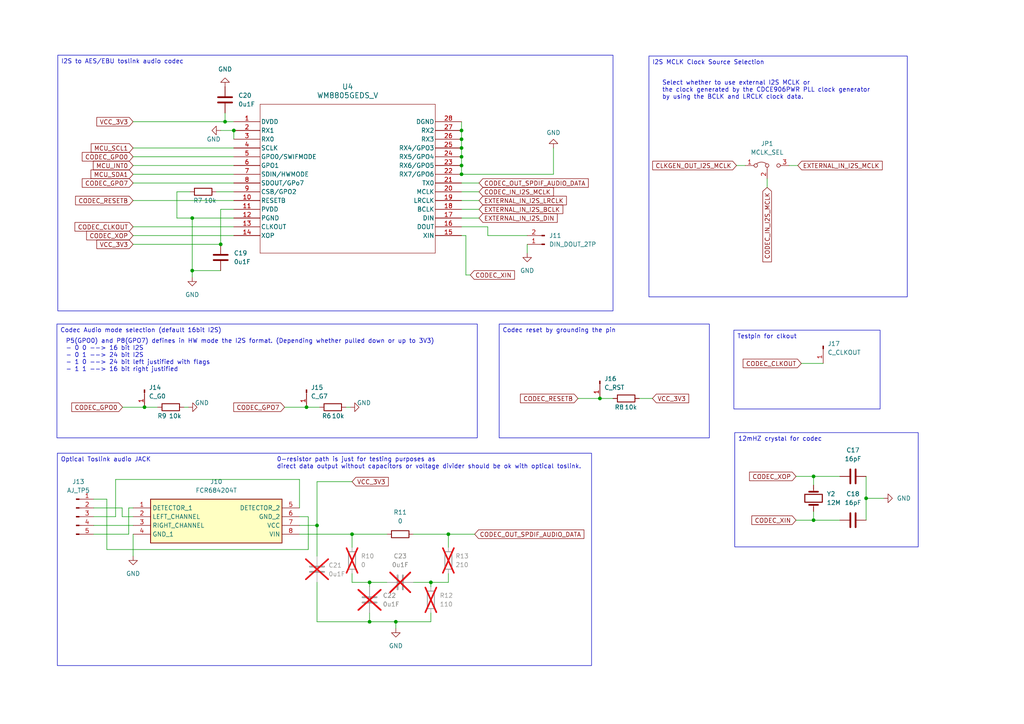
<source format=kicad_sch>
(kicad_sch (version 20230121) (generator eeschema)
  (paper "A4")
  (title_block (title "I2S Audio to AES/EBU Optical Toslink") (date "2023-12-26") (rev "v0.1") (company "Mika Laitio"))
  (lib_symbols
    (symbol "Connector:Conn_01x01_Pin" (pin_names (offset 1.016) hide)
      (property "Reference" "J" (at 0 2.54 0))
      (property "Value" "Conn_01x01_Pin" (at 0 -2.54 0))
      (symbol "Conn_01x01_Pin_1_1"
        (polyline (pts (xy 1.27 0) (xy 0.8636 0)) (stroke (width 0.1524)))
        (rectangle (start 0.8636 0.127) (end 0 -0.127) (stroke (width 0.1524)) (fill (type outline)))
        (pin passive line (at 5.08 0 180) (length 3.81) (name "Pin_1") (number "1"))
      )
    )
    (symbol "Connector:Conn_01x02_Pin" (pin_names (offset 1.016) hide)
      (property "Reference" "J" (at 0 2.54 0))
      (property "Value" "Conn_01x02_Pin" (at 0 -5.08 0))
      (symbol "Conn_01x02_Pin_1_1"
        (polyline (pts (xy 1.27 -2.54) (xy 0.8636 -2.54)) (stroke (width 0.1524)))
        (polyline (pts (xy 1.27 0) (xy 0.8636 0)) (stroke (width 0.1524)))
        (rectangle (start 0.8636 -2.413) (end 0 -2.667) (stroke (width 0.1524)) (fill (type outline)))
        (rectangle (start 0.8636 0.127) (end 0 -0.127) (stroke (width 0.1524)) (fill (type outline)))
        (pin passive line (at 5.08 0 180) (length 3.81) (name "Pin_1") (number "1"))
        (pin passive line (at 5.08 -2.54 180) (length 3.81) (name "Pin_2") (number "2"))
      )
    )
    (symbol "Connector:Conn_01x05_Pin" (pin_names (offset 1.016) hide)
      (property "Reference" "J" (at 0 7.62 0))
      (property "Value" "Conn_01x05_Pin" (at 0 -7.62 0))
      (symbol "Conn_01x05_Pin_1_1"
        (polyline (pts (xy 1.27 -5.08) (xy 0.8636 -5.08)) (stroke (width 0.1524)))
        (polyline (pts (xy 1.27 -2.54) (xy 0.8636 -2.54)) (stroke (width 0.1524)))
        (polyline (pts (xy 1.27 0) (xy 0.8636 0)) (stroke (width 0.1524)))
        (polyline (pts (xy 1.27 2.54) (xy 0.8636 2.54)) (stroke (width 0.1524)))
        (polyline (pts (xy 1.27 5.08) (xy 0.8636 5.08)) (stroke (width 0.1524)))
        (rectangle (start 0.8636 -4.953) (end 0 -5.207) (stroke (width 0.1524)) (fill (type outline)))
        (rectangle (start 0.8636 -2.413) (end 0 -2.667) (stroke (width 0.1524)) (fill (type outline)))
        (rectangle (start 0.8636 0.127) (end 0 -0.127) (stroke (width 0.1524)) (fill (type outline)))
        (rectangle (start 0.8636 2.667) (end 0 2.413) (stroke (width 0.1524)) (fill (type outline)))
        (rectangle (start 0.8636 5.207) (end 0 4.953) (stroke (width 0.1524)) (fill (type outline)))
        (pin passive line (at 5.08 5.08 180) (length 3.81) (name "Pin_1") (number "1"))
        (pin passive line (at 5.08 2.54 180) (length 3.81) (name "Pin_2") (number "2"))
        (pin passive line (at 5.08 0 180) (length 3.81) (name "Pin_3") (number "3"))
        (pin passive line (at 5.08 -2.54 180) (length 3.81) (name "Pin_4") (number "4"))
        (pin passive line (at 5.08 -5.08 180) (length 3.81) (name "Pin_5") (number "5"))
      )
    )
    (symbol "Device:C" (pin_numbers hide) (pin_names (offset 0.254))
      (property "Reference" "C" (at 0.635 2.54 0))
      (property "Value" "C" (at 0.635 -2.54 0))
      (symbol "C_0_1"
        (polyline (pts (xy -2.032 -0.762) (xy 2.032 -0.762)) (stroke (width 0.508)))
        (polyline (pts (xy -2.032 0.762) (xy 2.032 0.762)) (stroke (width 0.508)))
      )
      (symbol "C_1_1"
        (pin passive line (at 0 3.81 270) (length 2.794) (name "~") (number "1"))
        (pin passive line (at 0 -3.81 90) (length 2.794) (name "~") (number "2"))
      )
    )
    (symbol "Device:Crystal" (pin_numbers hide) (pin_names (offset 1.016) hide)
      (property "Reference" "Y" (at 0 3.81 0))
      (property "Value" "Crystal" (at 0 -3.81 0))
      (symbol "Crystal_0_1"
        (rectangle (start -1.143 2.54) (end 1.143 -2.54) (stroke (width 0.3048)))
        (polyline (pts (xy -2.54 0) (xy -1.905 0)))
        (polyline (pts (xy -1.905 -1.27) (xy -1.905 1.27)) (stroke (width 0.508)))
        (polyline (pts (xy 1.905 -1.27) (xy 1.905 1.27)) (stroke (width 0.508)))
        (polyline (pts (xy 2.54 0) (xy 1.905 0)))
      )
      (symbol "Crystal_1_1"
        (pin passive line (at -3.81 0 0) (length 1.27) (name "1") (number "1"))
        (pin passive line (at 3.81 0 180) (length 1.27) (name "2") (number "2"))
      )
    )
    (symbol "Device:R" (pin_numbers hide) (pin_names (offset 0))
      (property "Reference" "R" (at 2.032 0 90))
      (property "Value" "R" (at 0 0 90))
      (symbol "R_0_1"
        (rectangle (start -1.016 -2.54) (end 1.016 2.54) (stroke (width 0.254)))
      )
      (symbol "R_1_1"
        (pin passive line (at 0 3.81 270) (length 1.27) (name "~") (number "1"))
        (pin passive line (at 0 -3.81 90) (length 1.27) (name "~") (number "2"))
      )
    )
    (symbol "Jumper:Jumper_3_Bridged12" (pin_names (offset 0) hide)
      (property "Reference" "JP" (at -2.54 -2.54 0))
      (property "Value" "Jumper_3_Bridged12" (at 0 2.794 0))
      (symbol "Jumper_3_Bridged12_0_0"
        (circle (center -3.302 0) (radius 0.508))
        (circle (center 0 0) (radius 0.508))
        (circle (center 3.302 0) (radius 0.508))
      )
      (symbol "Jumper_3_Bridged12_0_1"
        (arc (start -0.254 0.508) (mid -1.651 0.9912) (end -3.048 0.508))
        (polyline (pts (xy 0 -1.27) (xy 0 -0.508)))
      )
      (symbol "Jumper_3_Bridged12_1_1"
        (pin passive line (at -6.35 0 0) (length 2.54) (name "A") (number "1"))
        (pin passive line (at 0 -3.81 90) (length 2.54) (name "C") (number "2"))
        (pin passive line (at 6.35 0 180) (length 2.54) (name "B") (number "3"))
      )
    )
    (symbol "lamikr_FCR684204T:FCR684204T"
      (property "Reference" "J" (at 44.45 7.62 0))
      (property "Value" "FCR684204T" (at 44.45 5.08 0))
      (symbol "FCR684204T_1_1"
        (rectangle (start 5.08 2.54) (end 43.18 -10.16) (stroke (width 0.254)) (fill (type background)))
        (pin passive line (at 0 0 0) (length 5.08) (name "DETECTOR_1") (number "1"))
        (pin passive line (at 0 -2.54 0) (length 5.08) (name "LEFT_CHANNEL") (number "2"))
        (pin passive line (at 0 -5.08 0) (length 5.08) (name "RIGHT_CHANNEL") (number "3"))
        (pin passive line (at 0 -7.62 0) (length 5.08) (name "GND_1") (number "4"))
        (pin passive line (at 48.26 0 180) (length 5.08) (name "DETECTOR_2") (number "5"))
        (pin passive line (at 48.26 -2.54 180) (length 5.08) (name "GND_2") (number "6"))
        (pin passive line (at 48.26 -5.08 180) (length 5.08) (name "VCC") (number "7"))
        (pin passive line (at 48.26 -7.62 180) (length 5.08) (name "VIN") (number "8"))
      )
    )
    (symbol "lamikr_WM8805GEDS_V:WM8805GEDS_V" (pin_names (offset 0.254))
      (property "Reference" "U" (at 33.02 10.16 0))
      (property "Value" "WM8805GEDS_V" (at 33.02 7.62 0))
      (symbol "WM8805GEDS_V_0_1"
        (polyline (pts (xy 7.62 -38.1) (xy 58.42 -38.1)) (stroke (width 0.127)))
        (polyline (pts (xy 7.62 5.08) (xy 7.62 -38.1)) (stroke (width 0.127)))
        (polyline (pts (xy 58.42 -38.1) (xy 58.42 5.08)) (stroke (width 0.127)))
        (polyline (pts (xy 58.42 5.08) (xy 7.62 5.08)) (stroke (width 0.127)))
        (pin power_in line (at 0 0 0) (length 7.62) (name "DVDD") (number "1"))
        (pin unspecified line (at 0 -22.86 0) (length 7.62) (name "RESETB") (number "10"))
        (pin power_in line (at 0 -25.4 0) (length 7.62) (name "PVDD") (number "11"))
        (pin power_out line (at 0 -27.94 0) (length 7.62) (name "PGND") (number "12"))
        (pin output line (at 0 -30.48 0) (length 7.62) (name "CLKOUT") (number "13"))
        (pin unspecified line (at 0 -33.02 0) (length 7.62) (name "XOP") (number "14"))
        (pin unspecified line (at 66.04 -33.02 180) (length 7.62) (name "XIN") (number "15"))
        (pin output line (at 66.04 -30.48 180) (length 7.62) (name "DOUT") (number "16"))
        (pin unspecified line (at 66.04 -27.94 180) (length 7.62) (name "DIN") (number "17"))
        (pin unspecified line (at 66.04 -25.4 180) (length 7.62) (name "BCLK") (number "18"))
        (pin unspecified line (at 66.04 -22.86 180) (length 7.62) (name "LRCLK") (number "19"))
        (pin bidirectional line (at 0 -2.54 0) (length 7.62) (name "RX1") (number "2"))
        (pin unspecified line (at 66.04 -20.32 180) (length 7.62) (name "MCLK") (number "20"))
        (pin unspecified line (at 66.04 -17.78 180) (length 7.62) (name "TX0") (number "21"))
        (pin bidirectional line (at 66.04 -15.24 180) (length 7.62) (name "RX7/GPO6") (number "22"))
        (pin bidirectional line (at 66.04 -12.7 180) (length 7.62) (name "RX6/GPO5") (number "23"))
        (pin bidirectional line (at 66.04 -10.16 180) (length 7.62) (name "RX5/GPO4") (number "24"))
        (pin bidirectional line (at 66.04 -7.62 180) (length 7.62) (name "RX4/GPO3") (number "25"))
        (pin bidirectional line (at 66.04 -5.08 180) (length 7.62) (name "RX3") (number "26"))
        (pin bidirectional line (at 66.04 -2.54 180) (length 7.62) (name "RX2") (number "27"))
        (pin power_out line (at 66.04 0 180) (length 7.62) (name "DGND") (number "28"))
        (pin bidirectional line (at 0 -5.08 0) (length 7.62) (name "RX0") (number "3"))
        (pin unspecified line (at 0 -7.62 0) (length 7.62) (name "SCLK") (number "4"))
        (pin bidirectional line (at 0 -10.16 0) (length 7.62) (name "GPO0/SWIFMODE") (number "5"))
        (pin bidirectional line (at 0 -12.7 0) (length 7.62) (name "GPO1") (number "6"))
        (pin unspecified line (at 0 -15.24 0) (length 7.62) (name "SDIN/HWMODE") (number "7"))
        (pin output line (at 0 -17.78 0) (length 7.62) (name "SDOUT/GPo7") (number "8"))
        (pin unspecified line (at 0 -20.32 0) (length 7.62) (name "CSB/GPO2") (number "9"))
      )
    )
    (symbol "power:GND" (power) (pin_names (offset 0))
      (property "Value" "GND" (at 0 -3.81 0))
      (symbol "GND_0_1"
        (polyline (pts (xy 0 0) (xy 0 -1.27) (xy 1.27 -1.27) (xy 0 -2.54) (xy -1.27 -1.27) (xy 0 -1.27)))
      )
      (symbol "GND_1_1"
        (pin power_in line (at 0 0 270) (length 0) hide (name "GND") (number "1"))
      )
    )
  )
  (junction (at 235.966 138.176))
  (junction (at 107.188 168.91))
  (junction (at 41.91 118.11))
  (junction (at 102.108 154.94))
  (junction (at 133.858 45.466))
  (junction (at 133.858 37.846))
  (junction (at 55.753 78.486))
  (junction (at 133.858 48.006))
  (junction (at 130.048 154.94))
  (junction (at 88.9 118.11))
  (junction (at 67.818 37.846))
  (junction (at 65.278 35.306))
  (junction (at 114.808 180.34))
  (junction (at 173.99 115.57))
  (junction (at 55.753 63.246))
  (junction (at 124.968 168.91))
  (junction (at 107.188 180.34))
  (junction (at 235.966 150.876))
  (junction (at 133.858 42.926))
  (junction (at 133.858 50.546))
  (junction (at 91.948 152.4))
  (junction (at 133.858 40.386))
  (junction (at 64.008 70.866))
  (junction (at 251.206 144.526))
  (wire (pts (xy 107.188 180.34) (xy 114.808 180.34)))
  (wire (pts (xy 64.008 60.706) (xy 64.008 70.866)))
  (wire (pts (xy 67.818 37.846) (xy 67.818 40.386)))
  (wire (pts (xy 160.528 42.926) (xy 160.528 50.546)))
  (wire (pts (xy 102.108 154.94) (xy 112.268 154.94)))
  (wire (pts (xy 64.008 60.706) (xy 67.818 60.706)))
  (wire (pts (xy 102.108 168.91) (xy 107.188 168.91)))
  (wire (pts (xy 38.608 70.866) (xy 64.008 70.866)))
  (wire (pts (xy 213.614 48.006) (xy 216.154 48.006)))
  (wire (pts (xy 38.608 48.006) (xy 67.818 48.006)))
  (wire (pts (xy 38.608 50.546) (xy 67.818 50.546)))
  (wire (pts (xy 133.858 37.846) (xy 133.858 40.386)))
  (wire (pts (xy 37.338 154.94) (xy 27.178 154.94)))
  (wire (pts (xy 133.858 45.466) (xy 133.858 48.006)))
  (wire (pts (xy 235.966 150.876) (xy 243.586 150.876)))
  (wire (pts (xy 141.478 68.326) (xy 152.908 68.326)))
  (wire (pts (xy 38.608 58.166) (xy 67.818 58.166)))
  (wire (pts (xy 55.753 63.246) (xy 55.753 78.486)))
  (wire (pts (xy 38.608 42.926) (xy 67.818 42.926)))
  (wire (pts (xy 235.966 138.176) (xy 243.586 138.176)))
  (wire (pts (xy 35.433 149.86) (xy 35.433 147.32)))
  (wire (pts (xy 130.048 154.94) (xy 137.668 154.94)))
  (wire (pts (xy 235.966 138.176) (xy 235.966 140.716)))
  (wire (pts (xy 133.858 63.246) (xy 138.938 63.246)))
  (wire (pts (xy 33.528 139.065) (xy 86.868 139.065)))
  (wire (pts (xy 55.753 78.486) (xy 55.753 80.391)))
  (wire (pts (xy 133.858 42.926) (xy 133.858 45.466)))
  (wire (pts (xy 135.128 79.756) (xy 136.398 79.756)))
  (wire (pts (xy 91.948 139.7) (xy 91.948 152.4)))
  (wire (pts (xy 102.108 154.94) (xy 102.108 158.75)))
  (wire (pts (xy 89.408 159.385) (xy 89.408 149.86)))
  (wire (pts (xy 167.64 115.57) (xy 173.99 115.57)))
  (wire (pts (xy 173.99 115.57) (xy 177.8 115.57)))
  (wire (pts (xy 124.968 170.18) (xy 124.968 168.91)))
  (wire (pts (xy 130.048 154.94) (xy 130.048 158.75)))
  (wire (pts (xy 160.528 50.546) (xy 133.858 50.546)))
  (wire (pts (xy 89.408 149.86) (xy 86.868 149.86)))
  (wire (pts (xy 37.338 147.32) (xy 37.338 154.94)))
  (wire (pts (xy 133.858 40.386) (xy 133.858 42.926)))
  (wire (pts (xy 33.528 149.86) (xy 33.528 139.065)))
  (wire (pts (xy 88.9 118.11) (xy 92.71 118.11)))
  (wire (pts (xy 38.608 53.086) (xy 67.818 53.086)))
  (wire (pts (xy 119.888 154.94) (xy 130.048 154.94)))
  (wire (pts (xy 65.278 35.306) (xy 67.818 35.306)))
  (wire (pts (xy 30.988 144.78) (xy 30.988 159.385)))
  (wire (pts (xy 251.206 138.176) (xy 251.206 144.526)))
  (wire (pts (xy 133.858 58.166) (xy 138.938 58.166)))
  (wire (pts (xy 152.908 70.866) (xy 152.908 73.406)))
  (wire (pts (xy 41.91 118.11) (xy 45.72 118.11)))
  (wire (pts (xy 64.008 37.846) (xy 67.818 37.846)))
  (wire (pts (xy 135.128 79.756) (xy 135.128 68.326)))
  (wire (pts (xy 124.968 177.8) (xy 124.968 180.34)))
  (wire (pts (xy 235.966 148.336) (xy 235.966 150.876)))
  (wire (pts (xy 82.55 118.11) (xy 88.9 118.11)))
  (wire (pts (xy 86.868 139.065) (xy 86.868 147.32)))
  (wire (pts (xy 38.608 45.466) (xy 67.818 45.466)))
  (wire (pts (xy 35.433 147.32) (xy 27.178 147.32)))
  (wire (pts (xy 91.948 180.34) (xy 107.188 180.34)))
  (wire (pts (xy 102.108 139.7) (xy 91.948 139.7)))
  (wire (pts (xy 114.808 180.34) (xy 114.808 182.245)))
  (wire (pts (xy 133.858 53.086) (xy 138.938 53.086)))
  (wire (pts (xy 232.41 105.41) (xy 238.76 105.41)))
  (wire (pts (xy 228.854 48.006) (xy 231.394 48.006)))
  (wire (pts (xy 107.188 168.91) (xy 107.188 170.18)))
  (wire (pts (xy 30.988 159.385) (xy 89.408 159.385)))
  (wire (pts (xy 62.738 55.626) (xy 67.818 55.626)))
  (wire (pts (xy 51.308 55.626) (xy 55.118 55.626)))
  (wire (pts (xy 27.178 144.78) (xy 30.988 144.78)))
  (wire (pts (xy 133.858 65.786) (xy 141.478 65.786)))
  (wire (pts (xy 133.858 55.626) (xy 138.938 55.626)))
  (wire (pts (xy 38.608 149.86) (xy 35.433 149.86)))
  (wire (pts (xy 251.206 144.526) (xy 256.286 144.526)))
  (wire (pts (xy 65.278 32.766) (xy 65.278 35.306)))
  (wire (pts (xy 51.308 55.626) (xy 51.308 63.246)))
  (wire (pts (xy 35.56 118.11) (xy 41.91 118.11)))
  (wire (pts (xy 112.268 168.91) (xy 107.188 168.91)))
  (wire (pts (xy 38.608 35.306) (xy 65.278 35.306)))
  (wire (pts (xy 53.34 118.11) (xy 54.61 118.11)))
  (wire (pts (xy 119.888 168.91) (xy 124.968 168.91)))
  (wire (pts (xy 27.178 152.4) (xy 38.608 152.4)))
  (wire (pts (xy 55.753 63.246) (xy 67.818 63.246)))
  (wire (pts (xy 100.33 118.11) (xy 101.6 118.11)))
  (wire (pts (xy 124.968 168.91) (xy 130.048 168.91)))
  (wire (pts (xy 102.108 166.37) (xy 102.108 168.91)))
  (wire (pts (xy 230.886 150.876) (xy 235.966 150.876)))
  (wire (pts (xy 230.886 138.176) (xy 235.966 138.176)))
  (wire (pts (xy 185.42 115.57) (xy 189.23 115.57)))
  (wire (pts (xy 86.868 154.94) (xy 102.108 154.94)))
  (wire (pts (xy 55.753 78.486) (xy 64.008 78.486)))
  (wire (pts (xy 124.968 180.34) (xy 114.808 180.34)))
  (wire (pts (xy 86.868 152.4) (xy 91.948 152.4)))
  (wire (pts (xy 135.128 68.326) (xy 133.858 68.326)))
  (wire (pts (xy 37.338 147.32) (xy 38.608 147.32)))
  (wire (pts (xy 222.504 51.816) (xy 222.504 54.356)))
  (wire (pts (xy 51.308 63.246) (xy 55.753 63.246)))
  (wire (pts (xy 141.478 65.786) (xy 141.478 68.326)))
  (wire (pts (xy 251.206 144.526) (xy 251.206 150.876)))
  (wire (pts (xy 27.178 149.86) (xy 33.528 149.86)))
  (wire (pts (xy 91.948 168.91) (xy 91.948 180.34)))
  (wire (pts (xy 91.948 152.4) (xy 91.948 161.29)))
  (wire (pts (xy 133.858 48.006) (xy 133.858 50.546)))
  (wire (pts (xy 38.608 154.94) (xy 38.608 161.29)))
  (wire (pts (xy 107.188 180.34) (xy 107.188 177.8)))
  (wire (pts (xy 38.608 65.786) (xy 67.818 65.786)))
  (wire (pts (xy 130.048 168.91) (xy 130.048 166.37)))
  (wire (pts (xy 133.858 35.306) (xy 133.858 37.846)))
  (wire (pts (xy 133.858 60.706) (xy 138.938 60.706)))
  (wire (pts (xy 38.608 68.326) (xy 67.818 68.326)))
  (text_box "Optical Toslink audio JACK" (at 16.637 131.445 0) (size 154.94 61.595) (effects (font (size 1.27 1.27)) (justify left top)))
  (text_box "12mHZ crystal for codec" (at 213.106 125.476 0) (size 53.213 33.147) (effects (font (size 1.27 1.27)) (justify left top)))
  (text_box "Codec Audio mode selection (default 16bit I2S)" (at 16.51 93.98 0) (size 121.92 33.02) (effects (font (size 1.27 1.27)) (justify left top)))
  (text_box "Codec reset by grounding the pin" (at 144.78 93.98 0) (size 60.96 33.02) (effects (font (size 1.27 1.27)) (justify left top)))
  (text_box "Testpin for clkout" (at 212.852 95.758 0) (size 42.418 22.86) (effects (font (size 1.27 1.27)) (justify left top)))
  (text_box "I2S to AES/EBU toslink audio codec" (at 16.764 16.002 0) (size 161.036 74.168) (effects (font (size 1.27 1.27)) (justify left top)))
  (text_box "I2S MCLK Clock Source Selection" (at 188.214 16.256 0) (size 74.93 69.85) (effects (font (size 1.27 1.27)) (justify left top)))
  (text "Select whether to use external I2S MCLK or \nthe clock generated by the CDCE906PWR PLL clock generator\nby using the BCLK and LRCLK clock data." (at 192.024 28.956 0) (effects (font (size 1.27 1.27)) (justify left bottom)))
  (text "P5(GPO0) and P8(GPO7) defines in HW mode the I2S format. (Depending whether pulled down or up to 3V3)\n- 0 0 --> 16 bit I2S\n- 0 1 --> 24 bit I2S\n- 1 0 --> 24 bit left justified with flags\n- 1 1 --> 16 bit right justified " (at 19.05 107.95 0) (effects (font (size 1.27 1.27)) (justify left bottom)))
  (text "0-resistor path is just for testing purposes as\ndirect data output without capacitors or voltage divider should be ok with optical toslink.\n" (at 80.264 136.144 0) (effects (font (size 1.27 1.27)) (justify left bottom)))
  (global_label "CODEC_RESETB" (shape input) (at 167.64 115.57 180) (property "Intersheetrefs" "${INTERSHEET_REFS}" (effects hide)))
  (global_label "CODEC_GPO7" (shape input) (at 38.608 53.086 180) (property "Intersheetrefs" "${INTERSHEET_REFS}" (effects hide)))
  (global_label "EXTERNAL_IN_I2S_BCLK" (shape input) (at 138.938 60.706 0) (property "Intersheetrefs" "${INTERSHEET_REFS}" (effects hide)))
  (global_label "MCU_SDA1" (shape input) (at 38.608 50.546 180) (property "Intersheetrefs" "${INTERSHEET_REFS}" (effects hide)))
  (global_label "CODEC_CLKOUT" (shape input) (at 232.41 105.41 180) (property "Intersheetrefs" "${INTERSHEET_REFS}" (effects hide)))
  (global_label "VCC_3V3" (shape input) (at 38.608 70.866 180) (property "Intersheetrefs" "${INTERSHEET_REFS}" (effects hide)))
  (global_label "CODEC_OUT_SPDIF_AUDIO_DATA" (shape input) (at 138.938 53.086 0) (property "Intersheetrefs" "${INTERSHEET_REFS}" (effects hide)))
  (global_label "EXTERNAL_IN_I2S_LRCLK" (shape input) (at 138.938 58.166 0) (property "Intersheetrefs" "${INTERSHEET_REFS}" (effects hide)))
  (global_label "CODEC_IN_I2S_MCLK" (shape input) (at 138.938 55.626 0) (property "Intersheetrefs" "${INTERSHEET_REFS}" (effects hide)))
  (global_label "EXTERNAL_IN_I2S_MCLK" (shape input) (at 231.394 48.006 0) (property "Intersheetrefs" "${INTERSHEET_REFS}" (effects hide)))
  (global_label "VCC_3V3" (shape input) (at 189.23 115.57 0) (property "Intersheetrefs" "${INTERSHEET_REFS}" (effects hide)))
  (global_label "CODEC_XOP" (shape input) (at 230.886 138.176 180) (property "Intersheetrefs" "${INTERSHEET_REFS}" (effects hide)))
  (global_label "CODEC_RESETB" (shape input) (at 38.608 58.166 180) (property "Intersheetrefs" "${INTERSHEET_REFS}" (effects hide)))
  (global_label "CLKGEN_OUT_I2S_MCLK" (shape input) (at 213.614 48.006 180) (property "Intersheetrefs" "${INTERSHEET_REFS}" (effects hide)))
  (global_label "CODEC_XIN" (shape input) (at 230.886 150.876 180) (property "Intersheetrefs" "${INTERSHEET_REFS}" (effects hide)))
  (global_label "VCC_3V3" (shape input) (at 38.608 35.306 180) (property "Intersheetrefs" "${INTERSHEET_REFS}" (effects hide)))
  (global_label "CODEC_GPO0" (shape input) (at 38.608 45.466 180) (property "Intersheetrefs" "${INTERSHEET_REFS}" (effects hide)))
  (global_label "CODEC_CLKOUT" (shape input) (at 38.608 65.786 180) (property "Intersheetrefs" "${INTERSHEET_REFS}" (effects hide)))
  (global_label "CODEC_XIN" (shape input) (at 136.398 79.756 0) (property "Intersheetrefs" "${INTERSHEET_REFS}" (effects hide)))
  (global_label "MCU_INT0" (shape input) (at 38.608 48.006 180) (property "Intersheetrefs" "${INTERSHEET_REFS}" (effects hide)))
  (global_label "MCU_SCL1" (shape input) (at 38.608 42.926 180) (property "Intersheetrefs" "${INTERSHEET_REFS}" (effects hide)))
  (global_label "CODEC_IN_I2S_MCLK" (shape input) (at 222.504 54.356 270) (property "Intersheetrefs" "${INTERSHEET_REFS}" (effects hide)))
  (global_label "CODEC_GPO7" (shape input) (at 82.55 118.11 180) (property "Intersheetrefs" "${INTERSHEET_REFS}" (effects hide)))
  (global_label "CODEC_GPO0" (shape input) (at 35.56 118.11 180) (property "Intersheetrefs" "${INTERSHEET_REFS}" (effects hide)))
  (global_label "VCC_3V3" (shape input) (at 102.108 139.7 0) (property "Intersheetrefs" "${INTERSHEET_REFS}" (effects hide)))
  (global_label "CODEC_XOP" (shape input) (at 38.608 68.326 180) (property "Intersheetrefs" "${INTERSHEET_REFS}" (effects hide)))
  (global_label "EXTERNAL_IN_I2S_DIN" (shape input) (at 138.938 63.246 0) (property "Intersheetrefs" "${INTERSHEET_REFS}" (effects hide)))
  (global_label "CODEC_OUT_SPDIF_AUDIO_DATA" (shape input) (at 137.668 154.94 0) (property "Intersheetrefs" "${INTERSHEET_REFS}" (effects hide)))
  (symbol (lib_id "Device:C") (at 64.008 74.676 0) (unit 1)
    (property "Reference" "C19" (at 67.818 73.406 0) (effects (justify left)))
    (property "Value" "0u1F" (at 67.818 75.946 0) (effects (justify left)))
    (property "Footprint" "Capacitor_SMD:C_0402_1005Metric" (effects hide))
    (property "MFR" "Murata" (effects hide))
    (property "MPN" "GRM033R61A104ME15D" (effects hide))
    (property "SKU_DIGIKEY" "490-5405-1-ND " (effects hide))
    (property "QtyOrdered" "100" (effects hide))
  )
  (symbol (lib_id "power:GND") (at 152.908 73.406 0) (unit 1)
    (property "Reference" "#PWR024" (effects hide))
    (property "Value" "GND" (at 152.908 78.486 0))
  )
  (symbol (lib_id "Device:R") (at 58.928 55.626 90) (unit 1)
    (property "Reference" "R7" (at 57.404 58.166 90))
    (property "Value" "10k" (at 60.96 58.166 90))
    (property "Footprint" "Resistor_SMD:R_0402_1005Metric" (effects hide))
    (property "Price" "0.1" (effects hide))
    (property "MFR" "Yageo" (effects hide))
    (property "MPN" "RC0402FR-0710KL" (effects hide))
    (property "SKU_DIGIKEY" "311-10.0KLRCT-ND" (effects hide))
    (property "QtyOrdered" "100" (effects hide))
  )
  (symbol (lib_id "power:GND") (at 55.753 80.391 0) (unit 1)
    (property "Reference" "#PWR020" (effects hide))
    (property "Value" "GND" (at 55.753 85.471 0))
  )
  (symbol (lib_id "power:GND") (at 38.608 161.29 0) (unit 1)
    (property "Reference" "#PWR023" (effects hide))
    (property "Value" "GND" (at 38.608 166.37 0))
  )
  (symbol (lib_id "power:GND") (at 256.286 144.526 90) (unit 1)
    (property "Reference" "#PWR021" (effects hide))
    (property "Value" "GND" (at 260.096 144.526 90) (effects (justify right)))
  )
  (symbol (lib_id "power:GND") (at 54.61 118.11 90) (unit 1)
    (property "Reference" "#PWR029" (effects hide))
    (property "Value" "GND" (at 56.515 116.84 90) (effects (justify right)))
  )
  (symbol (lib_id "power:GND") (at 114.808 182.245 0) (unit 1)
    (property "Reference" "#PWR025" (effects hide))
    (property "Value" "GND" (at 114.808 187.325 0))
  )
  (symbol (lib_id "Device:R") (at 130.048 162.56 180) (unit 1) (dnp yes)
    (property "Reference" "R13" (at 132.08 161.29 0) (effects (justify right)))
    (property "Value" "210" (at 132.08 163.83 0) (effects (justify right)))
    (property "Footprint" "Resistor_SMD:R_0603_1608Metric" (effects hide))
    (property "Price" "0.1" (effects hide))
    (property "MFR" "Yageo" (effects hide))
    (property "MPN" "RC0603FR-07210RL" (effects hide))
    (property "SKU_DIGIKEY" "311-210HRCT-ND" (effects hide))
    (property "QtyOrdered" "100" (effects hide))
  )
  (symbol (lib_id "Device:C") (at 107.188 173.99 0) (unit 1) (dnp yes)
    (property "Reference" "C22" (at 110.998 172.72 0) (effects (justify left)))
    (property "Value" "0u1F" (at 110.998 175.26 0) (effects (justify left)))
    (property "Footprint" "Capacitor_SMD:C_0603_1608Metric" (effects hide))
    (property "Price" "0.16" (effects hide))
    (property "MFR" "Murata" (effects hide))
    (property "MPN" "GCJ188R71H104KA12D" (effects hide))
    (property "SKU_DIGIKEY" "490-5798-1-ND" (effects hide))
    (property "QtyOrdered" "100" (effects hide))
  )
  (symbol (lib_id "Device:R") (at 116.078 154.94 270) (unit 1)
    (property "Reference" "R11" (at 116.078 148.59 90))
    (property "Value" "0" (at 116.078 151.13 90))
    (property "Footprint" "Resistor_SMD:R_0603_1608Metric" (effects hide))
    (property "Price" "0.1" (effects hide))
    (property "MFR" "Yageo" (effects hide))
    (property "MPN" "RC0603JR-070RL" (effects hide))
    (property "SKU_DIGIKEY" "311-0.0GRCT-ND" (effects hide))
    (property "QtyOrdered" "100" (effects hide))
  )
  (symbol (lib_id "Jumper:Jumper_3_Bridged12") (at 222.504 48.006 0) (unit 1)
    (property "Reference" "JP1" (at 222.504 41.656 0))
    (property "Value" "MCLK_SEL" (at 222.504 44.196 0))
    (property "Footprint" "Connector_PinHeader_2.54mm:PinHeader_1x03_P2.54mm_Vertical" (effects hide))
  )
  (symbol (lib_id "Connector:Conn_01x02_Pin") (at 157.988 70.866 180) (unit 1)
    (property "Reference" "J11" (at 159.258 68.326 0) (effects (justify right)))
    (property "Value" "DIN_DOUT_2TP" (at 159.258 70.866 0) (effects (justify right)))
    (property "Footprint" "Connector_PinHeader_1.27mm:PinHeader_1x02_P1.27mm_Vertical" (effects hide))
    (property "MPN" "HPH1-A-20-UA" (effects hide))
    (property "Notes" "1x20 pin header" (effects hide))
    (property "Price" "0.72" (effects hide))
    (property "SKU_DIGIKEY" "2057-HPH1-A-20-UA-ND" (effects hide))
    (property "MFR" "Adam Tech" (effects hide))
    (property "QtyOrdered" "10" (effects hide))
  )
  (symbol (lib_id "Device:C") (at 247.396 138.176 90) (unit 1)
    (property "Reference" "C17" (at 247.396 130.556 90))
    (property "Value" "16pF" (at 247.396 133.096 90))
    (property "Footprint" "Capacitor_SMD:C_0402_1005Metric" (effects hide))
    (property "MFR" "Murata" (effects hide))
    (property "MPN" "GJM1555C1H160GB01D" (effects hide))
    (property "SKU_DIGIKEY" "490-8081-1-ND" (effects hide))
    (property "QtyOrdered" "100" (effects hide))
  )
  (symbol (lib_id "Device:R") (at 181.61 115.57 90) (unit 1)
    (property "Reference" "R8" (at 180.975 118.11 90) (effects (justify left)))
    (property "Value" "10k" (at 184.785 118.11 90) (effects (justify left)))
    (property "Footprint" "Resistor_SMD:R_0402_1005Metric" (effects hide))
    (property "Price" "0.1" (effects hide))
    (property "MFR" "Yageo" (effects hide))
    (property "MPN" "RC0402FR-0710KL" (effects hide))
    (property "SKU_DIGIKEY" "311-10.0KLRCT-ND" (effects hide))
    (property "QtyOrdered" "100" (effects hide))
  )
  (symbol (lib_id "Connector:Conn_01x05_Pin") (at 22.098 149.86 0) (unit 1)
    (property "Reference" "J13" (at 22.733 139.7 0))
    (property "Value" "AJ_TP5" (at 22.733 142.24 0))
    (property "Footprint" "Connector_PinHeader_1.27mm:PinHeader_1x05_P1.27mm_Vertical" (effects hide))
    (property "MFR" "Sullins Connector Solutions" (effects hide))
    (property "MPN" "S9014E-05-ND" (effects hide))
    (property "Price" "0.40" (effects hide))
    (property "SKU_DIGIKEY" "GRPB051VWVN-RC" (effects hide))
    (property "QtyOrdered" "10" (effects hide))
  )
  (symbol (lib_id "lamikr_WM8805GEDS_V:WM8805GEDS_V") (at 67.818 35.306 0) (unit 1)
    (property "Reference" "U4" (at 100.838 25.146 0) (effects (font (size 1.524 1.524))))
    (property "Value" "WM8805GEDS_V" (at 100.838 27.686 0) (effects (font (size 1.524 1.524))))
    (property "Footprint" "SSOP28_WM8805GEDS_V_CIR" (effects hide))
    (property "Price" "12" (effects hide))
    (property "MFR" "Cirrus Logic" (effects hide))
    (property "MPN" "WM8805GEDS_V" (effects hide))
    (property "SKU_DIGIKEY" "598-2396-ND" (effects hide))
    (property "QtyOrdered" "3" (effects hide))
  )
  (symbol (lib_id "Device:C") (at 65.278 28.956 0) (unit 1)
    (property "Reference" "C20" (at 69.088 27.686 0) (effects (justify left)))
    (property "Value" "0u1F" (at 69.088 30.226 0) (effects (justify left)))
    (property "Footprint" "Capacitor_SMD:C_0402_1005Metric" (effects hide))
    (property "MFR" "Murata" (effects hide))
    (property "MPN" "GRM033R61A104ME15D" (effects hide))
    (property "SKU_DIGIKEY" "490-5405-1-ND " (effects hide))
    (property "QtyOrdered" "100" (effects hide))
  )
  (symbol (lib_id "Device:R") (at 124.968 173.99 0) (unit 1) (dnp yes)
    (property "Reference" "R12" (at 127.508 172.72 0) (effects (justify left)))
    (property "Value" "110" (at 127.508 175.26 0) (effects (justify left)))
    (property "Footprint" "Resistor_SMD:R_0603_1608Metric" (effects hide))
    (property "Price" "0.1" (effects hide))
    (property "MFR" "Yageo" (effects hide))
    (property "MPN" "RC0603JR-07110RL" (effects hide))
    (property "SKU_DIGIKEY" "311-110GRCT-ND" (effects hide))
    (property "QtyOrdered" "100" (effects hide))
  )
  (symbol (lib_id "Connector:Conn_01x01_Pin") (at 238.76 100.33 270) (unit 1)
    (property "Reference" "J17" (at 240.03 99.695 90) (effects (justify left)))
    (property "Value" "C_CLKOUT" (at 240.03 102.235 90) (effects (justify left)))
    (property "Footprint" "Connector_PinHeader_1.27mm:PinHeader_1x01_P1.27mm_Vertical" (effects hide))
  )
  (symbol (lib_id "power:GND") (at 64.008 37.846 270) (unit 1)
    (property "Reference" "#PWR019" (effects hide))
    (property "Value" "GND" (at 64.008 40.386 90) (effects (justify right)))
  )
  (symbol (lib_id "Device:Crystal") (at 235.966 144.526 90) (unit 1)
    (property "Reference" "Y2" (at 239.776 143.256 90) (effects (justify right)))
    (property "Value" "12M" (at 239.776 145.796 90) (effects (justify right)))
    (property "Footprint" "lamikr_audio:XTAL_ABM7-12.000MHZ-D2Y-T" (effects hide))
    (property "SKU_DIGIKEY" "535-9836-1-ND" (effects hide))
    (property "Price" "0.67" (effects hide))
    (property "MFR" "Abracon LLC" (effects hide))
    (property "MPN" "ABM7-12.000MHZ-D2Y-T" (effects hide))
    (property "QtyOrdered" "10" (effects hide))
  )
  (symbol (lib_id "Device:C") (at 247.396 150.876 90) (unit 1)
    (property "Reference" "C18" (at 247.396 143.256 90))
    (property "Value" "16pF" (at 247.396 145.796 90))
    (property "Footprint" "Capacitor_SMD:C_0402_1005Metric" (effects hide))
    (property "MFR" "Murata" (effects hide))
    (property "MPN" "GJM1555C1H160GB01D" (effects hide))
    (property "SKU_DIGIKEY" "490-8081-1-ND" (effects hide))
    (property "QtyOrdered" "100" (effects hide))
  )
  (symbol (lib_id "Device:R") (at 96.52 118.11 90) (unit 1)
    (property "Reference" "R6" (at 94.742 120.65 90))
    (property "Value" "10k" (at 98.044 120.65 90))
    (property "Footprint" "Resistor_SMD:R_0402_1005Metric" (effects hide))
    (property "Price" "0.1" (effects hide))
    (property "MFR" "Yageo" (effects hide))
    (property "MPN" "RC0402FR-0710KL" (effects hide))
    (property "SKU_DIGIKEY" "311-10.0KLRCT-ND" (effects hide))
    (property "QtyOrdered" "100" (effects hide))
  )
  (symbol (lib_id "Device:C") (at 91.948 165.1 0) (unit 1) (dnp yes)
    (property "Reference" "C21" (at 95.25 163.957 0) (effects (justify left)))
    (property "Value" "0u1F" (at 95.25 166.497 0) (effects (justify left)))
    (property "Footprint" "Capacitor_SMD:C_0402_1005Metric" (effects hide))
    (property "MFR" "Murata" (effects hide))
    (property "MPN" "GRM033R61A104ME15D" (effects hide))
    (property "SKU_DIGIKEY" "490-5405-1-ND " (effects hide))
    (property "QtyOrdered" "100" (effects hide))
  )
  (symbol (lib_id "power:GND") (at 65.278 25.146 180) (unit 1)
    (property "Reference" "#PWR022" (effects hide))
    (property "Value" "GND" (at 65.278 20.066 0))
  )
  (symbol (lib_id "Connector:Conn_01x01_Pin") (at 173.99 110.49 270) (unit 1)
    (property "Reference" "J16" (at 175.26 109.855 90) (effects (justify left)))
    (property "Value" "C_RST" (at 175.26 112.395 90) (effects (justify left)))
    (property "Footprint" "Connector_PinHeader_1.27mm:PinHeader_1x01_P1.27mm_Vertical" (effects hide))
  )
  (symbol (lib_id "Connector:Conn_01x01_Pin") (at 88.9 113.03 270) (unit 1)
    (property "Reference" "J15" (at 90.17 112.395 90) (effects (justify left)))
    (property "Value" "C_G7" (at 90.17 114.935 90) (effects (justify left)))
    (property "Footprint" "Connector_PinHeader_1.27mm:PinHeader_1x01_P1.27mm_Vertical" (effects hide))
  )
  (symbol (lib_id "power:GND") (at 160.528 42.926 180) (unit 1)
    (property "Reference" "#PWR026" (effects hide))
    (property "Value" "GND" (at 160.528 38.481 0))
  )
  (symbol (lib_id "lamikr_FCR684204T:FCR684204T") (at 38.608 147.32 0) (unit 1)
    (property "Reference" "J10" (at 62.738 139.7 0))
    (property "Value" "FCR684204T" (at 62.738 142.24 0))
    (property "Footprint" "FCR684204T" (effects hide))
    (property "MFR" "CLIFF ELECTRONIC COMPONENTS" (effects hide))
    (property "MPN" "FCR684204T" (effects hide))
    (property "Price" "4.22" (effects hide))
    (property "SKU_DIGIKEY" "4654-FCR684204T-ND" (effects hide))
    (property "QtyOrdered" "3" (effects hide))
  )
  (symbol (lib_id "Device:R") (at 102.108 162.56 0) (unit 1) (dnp yes)
    (property "Reference" "R10" (at 104.648 161.29 0) (effects (justify left)))
    (property "Value" "0" (at 104.648 163.83 0) (effects (justify left)))
    (property "Footprint" "Resistor_SMD:R_0603_1608Metric" (effects hide))
    (property "Price" "0.1" (effects hide))
    (property "MFR" "Yageo" (effects hide))
    (property "MPN" "RC0603JR-070RL" (effects hide))
    (property "SKU_DIGIKEY" "311-0.0GRCT-ND" (effects hide))
    (property "QtyOrdered" "100" (effects hide))
  )
  (symbol (lib_id "Device:C") (at 116.078 168.91 90) (unit 1) (dnp yes)
    (property "Reference" "C23" (at 116.078 161.29 90))
    (property "Value" "0u1F" (at 116.078 163.83 90))
    (property "Footprint" "Capacitor_SMD:C_0603_1608Metric" (effects hide))
    (property "Price" "0.16" (effects hide))
    (property "MFR" "Murata" (effects hide))
    (property "MPN" "GCJ188R71H104KA12D" (effects hide))
    (property "SKU_DIGIKEY" "490-5798-1-ND" (effects hide))
    (property "QtyOrdered" "100" (effects hide))
  )
  (symbol (lib_id "Connector:Conn_01x01_Pin") (at 41.91 113.03 270) (unit 1)
    (property "Reference" "J14" (at 43.18 112.395 90) (effects (justify left)))
    (property "Value" "C_G0" (at 43.18 114.935 90) (effects (justify left)))
    (property "Footprint" "Connector_PinHeader_1.27mm:PinHeader_1x01_P1.27mm_Vertical" (effects hide))
  )
  (symbol (lib_id "power:GND") (at 101.6 118.11 90) (unit 1)
    (property "Reference" "#PWR030" (effects hide))
    (property "Value" "GND" (at 103.505 116.84 90) (effects (justify right)))
  )
  (symbol (lib_id "Device:R") (at 49.53 118.11 90) (unit 1)
    (property "Reference" "R9" (at 46.99 120.65 90))
    (property "Value" "10k" (at 50.8 120.65 90))
    (property "Footprint" "Resistor_SMD:R_0402_1005Metric" (effects hide))
    (property "Price" "0.1" (effects hide))
    (property "MFR" "Yageo" (effects hide))
    (property "MPN" "RC0402FR-0710KL" (effects hide))
    (property "SKU_DIGIKEY" "311-10.0KLRCT-ND" (effects hide))
    (property "QtyOrdered" "100" (effects hide))
  )
)
</source>
